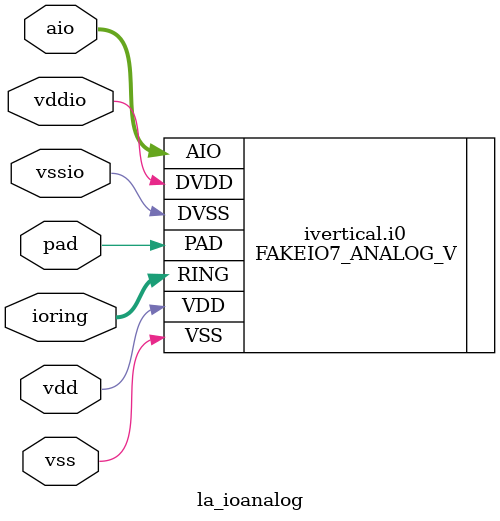
<source format=v>
/*****************************************************************************
 * Function: Analog Passthrough IO cell
 * Copyright: Lambda Project Authors. All rights Reserved.
 * License:  MIT (see LICENSE file in Lambda repository)
 *
 * Docs:
 *
 * ../README.md
 *
 * aio[0] = pass through from pad (with esd clamp)
 * aio[1] = small series resistance
 * aio[2] = big series resistance
 *
 ****************************************************************************/
(* keep_hierarchy *)
module la_ioanalog #(
    parameter PROP  = "DEFAULT",  // cell property
    parameter SIDE  = "NO",       // "NO", "SO", "EA", "WE"
    parameter RINGW = 8           // width of io ring
) (  // io pad signals
    inout             pad,     // bidirectional pad signal
    inout             vdd,     // core supply
    inout             vss,     // core ground
    inout             vddio,   // io supply
    inout             vssio,   // io ground
    inout [RINGW-1:0] ioring,  // generic ioring
    // core interface
    inout [      2:0] aio      // analog core signals
);

  generate
    if (SIDE == "NO" | SIDE == "SO") begin : ivertical
      FAKEIO7_ANALOG_V i0 (  // pad
          .PAD (pad),
          // analog core signals
          .AIO (aio),
          // supplies
          .DVDD(vddio),
          .DVSS(vssio),
          .VSS (vss),
          .VDD (vdd),
          // ring signals
          .RING(ioring)
      );
    end // block: ivertical
      else
        begin: ihorizontal
      FAKEIO7_ANALOG_H i0 (  // pad
          .PAD (pad),
          // analog core signals
          .AIO (aio),
          // supplies
          .DVDD(vddio),
          .DVSS(vssio),
          .VSS (vss),
          .VDD (vdd),
          // ring signals
          .RING(ioring)
      );
    end  // block: ihorizontal
  endgenerate

endmodule

</source>
